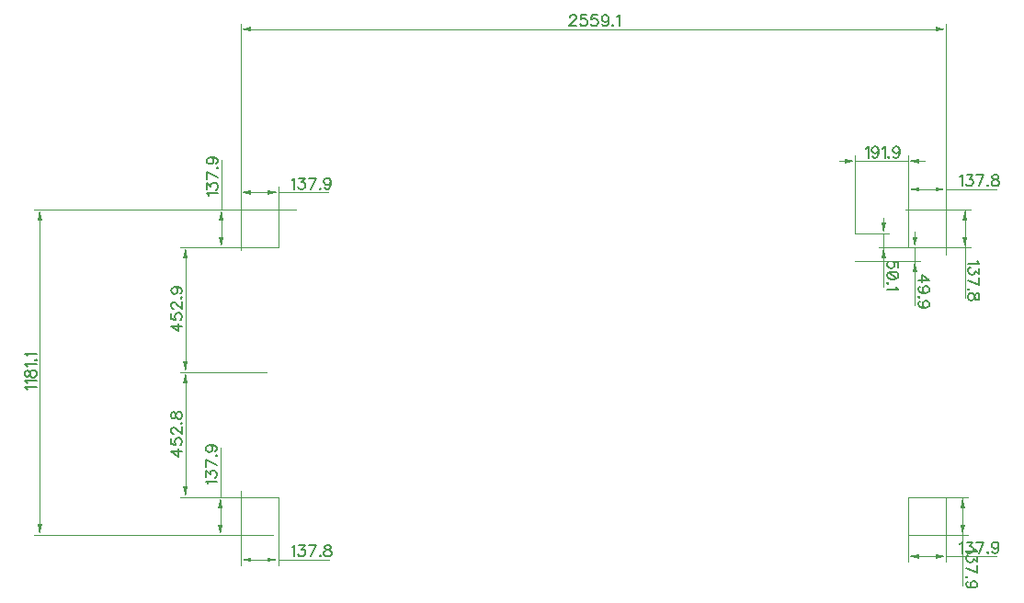
<source format=gbr>
G04 DipTrace 3.1.0.0*
G04 TopDimension.gbr*
%MOMM*%
G04 #@! TF.FileFunction,Drawing,Top*
G04 #@! TF.Part,Single*
%ADD14C,0.0381*%
%ADD75C,0.15686*%
%FSLAX35Y35*%
G04*
G71*
G90*
G75*
G01*
G04 TopDimension*
%LPD*%
X1349667Y1349001D2*
D14*
Y724667D1*
X999667Y1405667D2*
Y724667D1*
X1174667Y774667D2*
X1249667D1*
G36*
X1349667D2*
X1249667Y754667D1*
Y794667D1*
X1349667Y774667D1*
G37*
X1174667D2*
D14*
X1099667D1*
G36*
X999667D2*
X1099667Y794667D1*
Y754667D1*
X999667Y774667D1*
G37*
X1813362D2*
D14*
X1349667D1*
Y1349001D2*
X763334D1*
X993334Y998667D2*
X763334D1*
X813334Y1173834D2*
Y1249001D1*
G36*
Y1349001D2*
X833334Y1249001D1*
X793334D1*
X813334Y1349001D1*
G37*
Y1173834D2*
D14*
Y1098667D1*
G36*
Y998667D2*
X793334Y1098667D1*
X833334D1*
X813334Y998667D1*
G37*
Y1807978D2*
D14*
Y1349001D1*
X1349667Y3649334D2*
Y4207001D1*
X999334Y3628001D2*
Y4207001D1*
X1174501Y4157001D2*
X1249667D1*
G36*
X1349667D2*
X1249667Y4137001D1*
Y4177001D1*
X1349667Y4157001D1*
G37*
X1174501D2*
D14*
X1099334D1*
G36*
X999334D2*
X1099334Y4177001D1*
Y4137001D1*
X999334Y4157001D1*
G37*
X1808645D2*
D14*
X1349667D1*
Y3649334D2*
X771001D1*
X1510667Y3999667D2*
X771001D1*
X821001Y3824501D2*
Y3749334D1*
G36*
Y3649334D2*
X801001Y3749334D1*
X841001D1*
X821001Y3649334D1*
G37*
Y3824501D2*
D14*
Y3899667D1*
G36*
Y3999667D2*
X841001Y3899667D1*
X801001D1*
X821001Y3999667D1*
G37*
Y4458645D2*
D14*
Y3999667D1*
X7150001Y3649334D2*
Y4236667D1*
X7500001Y3580667D2*
Y4236667D1*
X7325001Y4186667D2*
X7250001D1*
G36*
X7150001D2*
X7250001Y4206667D1*
Y4166667D1*
X7150001Y4186667D1*
G37*
X7325001D2*
D14*
X7400001D1*
G36*
X7500001D2*
X7400001Y4166667D1*
Y4206667D1*
X7500001Y4186667D1*
G37*
X7963695D2*
D14*
X7500001D1*
X7150001Y3649334D2*
X7721667D1*
X7123001Y3999334D2*
X7721667D1*
X7671667Y3824334D2*
Y3749334D1*
G36*
Y3649334D2*
X7651667Y3749334D1*
X7691667D1*
X7671667Y3649334D1*
G37*
Y3824334D2*
D14*
Y3899334D1*
G36*
Y3999334D2*
X7691667Y3899334D1*
X7651667D1*
X7671667Y3999334D1*
G37*
Y3185639D2*
D14*
Y3999334D1*
X7149667Y1348667D2*
Y755001D1*
X7500001Y1345334D2*
Y755001D1*
X7324834Y805001D2*
X7249667D1*
G36*
X7149667D2*
X7249667Y825001D1*
Y785001D1*
X7149667Y805001D1*
G37*
X7324834D2*
D14*
X7400001D1*
G36*
X7500001D2*
X7400001Y785001D1*
Y825001D1*
X7500001Y805001D1*
G37*
X7958978D2*
D14*
X7500001D1*
X7149667Y1348667D2*
X7703001D1*
X7152334Y998334D2*
X7703001D1*
X7653001Y1173501D2*
Y1248667D1*
G36*
Y1348667D2*
X7673001Y1248667D1*
X7633001D1*
X7653001Y1348667D1*
G37*
Y1173501D2*
D14*
Y1098334D1*
G36*
Y998334D2*
X7633001Y1098334D1*
X7673001D1*
X7653001Y998334D1*
G37*
Y539356D2*
D14*
Y1348667D1*
X6662667Y3776667D2*
Y4496334D1*
X7150001Y3649334D2*
Y4496334D1*
X6662667Y4446334D2*
X7150001D1*
X6512667D2*
X6562667D1*
G36*
X6662667D2*
X6562667Y4426334D1*
Y4466334D1*
X6662667Y4446334D1*
G37*
X7300001D2*
D14*
X7250001D1*
G36*
X7150001D2*
X7250001Y4466334D1*
Y4426334D1*
X7150001Y4446334D1*
G37*
X6662667Y3776667D2*
D14*
X6975001D1*
X7150001Y3649334D2*
X6875001D1*
X6925001Y3776667D2*
Y3649334D1*
Y3926667D2*
Y3876667D1*
G36*
Y3776667D2*
X6905001Y3876667D1*
X6945001D1*
X6925001Y3776667D1*
G37*
Y3499334D2*
D14*
Y3549334D1*
G36*
Y3649334D2*
X6945001Y3549334D1*
X6905001D1*
X6925001Y3649334D1*
G37*
Y3284958D2*
D14*
Y3776667D1*
X6662667Y3522667D2*
X7263001D1*
X7150001Y3649334D2*
X7263001D1*
X7213001D2*
Y3522667D1*
Y3799334D2*
Y3749334D1*
G36*
Y3649334D2*
X7193001Y3749334D1*
X7233001D1*
X7213001Y3649334D1*
G37*
Y3372667D2*
D14*
Y3422667D1*
G36*
Y3522667D2*
X7233001Y3422667D1*
X7193001D1*
X7213001Y3522667D1*
G37*
Y3119433D2*
D14*
Y3649334D1*
X1349667D2*
X441667D1*
X1242334Y2499001D2*
X441667D1*
X491667Y3074167D2*
Y3549334D1*
G36*
Y3649334D2*
X511667Y3549334D1*
X471667D1*
X491667Y3649334D1*
G37*
Y3074167D2*
D14*
Y2599001D1*
G36*
Y2499001D2*
X471667Y2599001D1*
X511667D1*
X491667Y2499001D1*
G37*
X1349667Y1349001D2*
D14*
X441667D1*
X1242334Y2499001D2*
X441667D1*
X491667Y1924001D2*
Y1449001D1*
G36*
Y1349001D2*
X471667Y1449001D1*
X511667D1*
X491667Y1349001D1*
G37*
Y1924001D2*
D14*
Y2399001D1*
G36*
Y2499001D2*
X511667Y2399001D1*
X471667D1*
X491667Y2499001D1*
G37*
X1000001Y3700001D2*
D14*
Y5710001D1*
X7500001Y3700001D2*
Y5710001D1*
X4250001Y5660001D2*
X1100001D1*
G36*
X1000001D2*
X1100001Y5680001D1*
Y5640001D1*
X1000001Y5660001D1*
G37*
X4250001D2*
D14*
X7400001D1*
G36*
X7500001D2*
X7400001Y5640001D1*
Y5680001D1*
X7500001Y5660001D1*
G37*
X1300001Y4000001D2*
D14*
X-899999D1*
X1300001Y1000001D2*
X-899999D1*
X-849999Y2500001D2*
Y3900001D1*
G36*
Y4000001D2*
X-829999Y3900001D1*
X-869999D1*
X-849999Y4000001D1*
G37*
Y2500001D2*
D14*
Y1100001D1*
G36*
Y1000001D2*
X-869999Y1100001D1*
X-829999D1*
X-849999Y1000001D1*
G37*
X1473197Y888229D2*
D75*
X1482967Y893170D1*
X1497567Y907658D1*
Y805683D1*
X1538711Y907658D2*
X1592057D1*
X1562969Y868799D1*
X1577569D1*
X1587228Y863970D1*
X1592057Y859141D1*
X1596998Y844541D1*
Y834883D1*
X1592057Y820283D1*
X1582398Y810512D1*
X1567798Y805683D1*
X1553198D1*
X1538711Y810512D1*
X1533881Y815453D1*
X1528940Y825112D1*
X1647800Y805683D2*
X1696429Y907658D1*
X1628371D1*
X1732631Y815453D2*
X1727802Y810512D1*
X1732631Y805683D1*
X1737573Y810512D1*
X1732631Y815453D1*
X1793204Y907658D2*
X1778716Y902829D1*
X1773775Y893170D1*
Y883399D1*
X1778716Y873741D1*
X1788375Y868799D1*
X1807804Y863970D1*
X1822404Y859141D1*
X1832062Y849370D1*
X1836891Y839712D1*
Y825112D1*
X1832062Y815453D1*
X1827233Y810512D1*
X1812633Y805683D1*
X1793204D1*
X1778716Y810512D1*
X1773775Y815453D1*
X1768945Y825112D1*
Y839712D1*
X1773775Y849370D1*
X1783545Y859141D1*
X1798033Y863970D1*
X1817462Y868799D1*
X1827233Y873741D1*
X1832062Y883399D1*
Y893170D1*
X1827233Y902829D1*
X1812633Y907658D1*
X1793204D1*
X699772Y1472530D2*
X694831Y1482301D1*
X680343Y1496901D1*
X782319D1*
X680343Y1538044D2*
Y1591390D1*
X719202Y1562303D1*
Y1576903D1*
X724031Y1586561D1*
X728860Y1591390D1*
X743460Y1596332D1*
X753119D1*
X767719Y1591390D1*
X777489Y1581732D1*
X782319Y1567132D1*
Y1552532D1*
X777489Y1538044D1*
X772548Y1533215D1*
X762889Y1528273D1*
X782319Y1647134D2*
X680343Y1695763D1*
Y1627704D1*
X772548Y1731965D2*
X777489Y1727135D1*
X782319Y1731965D1*
X777489Y1736906D1*
X772548Y1731965D1*
X714260Y1831508D2*
X728860Y1826566D1*
X738631Y1816908D1*
X743460Y1802308D1*
Y1797479D1*
X738631Y1782879D1*
X728860Y1773220D1*
X714260Y1768279D1*
X709431D1*
X694831Y1773220D1*
X685172Y1782879D1*
X680343Y1797479D1*
Y1802308D1*
X685172Y1816908D1*
X694831Y1826566D1*
X714260Y1831508D1*
X738631D1*
X762889Y1826566D1*
X777489Y1816908D1*
X782319Y1802308D1*
Y1792649D1*
X777489Y1778049D1*
X767719Y1773220D1*
X1473197Y4270562D2*
X1482967Y4275504D1*
X1497567Y4289991D1*
Y4188016D1*
X1538711Y4289991D2*
X1592057D1*
X1562969Y4251133D1*
X1577569D1*
X1587228Y4246304D1*
X1592057Y4241474D1*
X1596998Y4226874D1*
Y4217216D1*
X1592057Y4202616D1*
X1582398Y4192845D1*
X1567798Y4188016D1*
X1553198D1*
X1538711Y4192845D1*
X1533881Y4197787D1*
X1528940Y4207445D1*
X1647800Y4188016D2*
X1696429Y4289991D1*
X1628371D1*
X1732631Y4197787D2*
X1727802Y4192845D1*
X1732631Y4188016D1*
X1737573Y4192845D1*
X1732631Y4197787D1*
X1832175Y4256074D2*
X1827233Y4241474D1*
X1817575Y4231704D1*
X1802975Y4226874D1*
X1798145D1*
X1783545Y4231704D1*
X1773887Y4241474D1*
X1768945Y4256074D1*
Y4260904D1*
X1773887Y4275504D1*
X1783545Y4285162D1*
X1798145Y4289991D1*
X1802975D1*
X1817575Y4285162D1*
X1827233Y4275504D1*
X1832175Y4256074D1*
Y4231704D1*
X1827233Y4207445D1*
X1817575Y4192845D1*
X1802975Y4188016D1*
X1793316D1*
X1778716Y4192845D1*
X1773887Y4202616D1*
X707439Y4123197D2*
X702498Y4132967D1*
X688010Y4147567D1*
X789985D1*
X688010Y4188711D2*
Y4242057D1*
X726868Y4212969D1*
Y4227569D1*
X731698Y4237228D1*
X736527Y4242057D1*
X751127Y4246998D1*
X760785D1*
X775385Y4242057D1*
X785156Y4232398D1*
X789985Y4217798D1*
Y4203198D1*
X785156Y4188711D1*
X780214Y4183881D1*
X770556Y4178940D1*
X789985Y4297800D2*
X688010Y4346429D1*
Y4278371D1*
X780214Y4382631D2*
X785156Y4377802D1*
X789985Y4382631D1*
X785156Y4387573D1*
X780214Y4382631D1*
X721927Y4482175D2*
X736527Y4477233D1*
X746298Y4467575D1*
X751127Y4452975D1*
Y4448145D1*
X746298Y4433545D1*
X736527Y4423887D1*
X721927Y4418945D1*
X717098D1*
X702498Y4423887D1*
X692839Y4433545D1*
X688010Y4448145D1*
Y4452975D1*
X692839Y4467575D1*
X702498Y4477233D1*
X721927Y4482175D1*
X746298D1*
X770556Y4477233D1*
X785156Y4467575D1*
X789985Y4452975D1*
Y4443316D1*
X785156Y4428716D1*
X775385Y4423887D1*
X7623530Y4300229D2*
X7633301Y4305170D1*
X7647901Y4319658D1*
Y4217683D1*
X7689044Y4319658D2*
X7742390D1*
X7713303Y4280799D1*
X7727903D1*
X7737561Y4275970D1*
X7742390Y4271141D1*
X7747332Y4256541D1*
Y4246883D1*
X7742390Y4232283D1*
X7732732Y4222512D1*
X7718132Y4217683D1*
X7703532D1*
X7689044Y4222512D1*
X7684215Y4227453D1*
X7679273Y4237112D1*
X7798134Y4217683D2*
X7846763Y4319658D1*
X7778704D1*
X7882965Y4227453D2*
X7878135Y4222512D1*
X7882965Y4217683D1*
X7887906Y4222512D1*
X7882965Y4227453D1*
X7943537Y4319658D2*
X7929049Y4314829D1*
X7924108Y4305170D1*
Y4295399D1*
X7929049Y4285741D1*
X7938708Y4280799D1*
X7958137Y4275970D1*
X7972737Y4271141D1*
X7982396Y4261370D1*
X7987225Y4251712D1*
Y4237112D1*
X7982396Y4227453D1*
X7977566Y4222512D1*
X7962966Y4217683D1*
X7943537D1*
X7929049Y4222512D1*
X7924108Y4227453D1*
X7919279Y4237112D1*
Y4251712D1*
X7924108Y4261370D1*
X7933879Y4271141D1*
X7948366Y4275970D1*
X7967796Y4280799D1*
X7977566Y4285741D1*
X7982396Y4295399D1*
Y4305170D1*
X7977566Y4314829D1*
X7962966Y4319658D1*
X7943537D1*
X7785229Y3525804D2*
X7790170Y3516034D1*
X7804658Y3501434D1*
X7702683D1*
X7804658Y3460290D2*
Y3406944D1*
X7765799Y3436032D1*
Y3421432D1*
X7760970Y3411773D1*
X7756141Y3406944D1*
X7741541Y3402003D1*
X7731883D1*
X7717283Y3406944D1*
X7707512Y3416603D1*
X7702683Y3431203D1*
Y3445803D1*
X7707512Y3460290D1*
X7712453Y3465120D1*
X7722112Y3470061D1*
X7702683Y3351201D2*
X7804658Y3302572D1*
Y3370630D1*
X7712453Y3266370D2*
X7707512Y3271199D1*
X7702683Y3266370D1*
X7707512Y3261428D1*
X7712453Y3266370D1*
X7804658Y3205797D2*
X7799829Y3220285D1*
X7790170Y3225227D1*
X7780399D1*
X7770741Y3220285D1*
X7765799Y3210627D1*
X7760970Y3191197D1*
X7756141Y3176597D1*
X7746370Y3166939D1*
X7736712Y3162110D1*
X7722112D1*
X7712453Y3166939D1*
X7707512Y3171768D1*
X7702683Y3186368D1*
Y3205797D1*
X7707512Y3220285D1*
X7712453Y3225227D1*
X7722112Y3230056D1*
X7736712D1*
X7746370Y3225227D1*
X7756141Y3215456D1*
X7760970Y3200968D1*
X7765799Y3181539D1*
X7770741Y3171768D1*
X7780399Y3166939D1*
X7790170D1*
X7799829Y3171768D1*
X7804658Y3186368D1*
Y3205797D1*
X7623530Y918562D2*
X7633301Y923504D1*
X7647901Y937991D1*
Y836016D1*
X7689044Y937991D2*
X7742390D1*
X7713303Y899133D1*
X7727903D1*
X7737561Y894304D1*
X7742390Y889474D1*
X7747332Y874874D1*
Y865216D1*
X7742390Y850616D1*
X7732732Y840845D1*
X7718132Y836016D1*
X7703532D1*
X7689044Y840845D1*
X7684215Y845787D1*
X7679273Y855445D1*
X7798134Y836016D2*
X7846763Y937991D1*
X7778704D1*
X7882965Y845787D2*
X7878135Y840845D1*
X7882965Y836016D1*
X7887906Y840845D1*
X7882965Y845787D1*
X7982508Y904074D2*
X7977566Y889474D1*
X7967908Y879704D1*
X7953308Y874874D1*
X7948479D1*
X7933879Y879704D1*
X7924220Y889474D1*
X7919279Y904074D1*
Y908904D1*
X7924220Y923504D1*
X7933879Y933162D1*
X7948479Y937991D1*
X7953308D1*
X7967908Y933162D1*
X7977566Y923504D1*
X7982508Y904074D1*
Y879704D1*
X7977566Y855445D1*
X7967908Y840845D1*
X7953308Y836016D1*
X7943649D1*
X7929049Y840845D1*
X7924220Y850616D1*
X7766562Y874804D2*
X7771504Y865034D1*
X7785991Y850434D1*
X7684016D1*
X7785991Y809290D2*
Y755944D1*
X7747133Y785032D1*
Y770432D1*
X7742304Y760773D1*
X7737474Y755944D1*
X7722874Y751003D1*
X7713216D1*
X7698616Y755944D1*
X7688845Y765603D1*
X7684016Y780203D1*
Y794803D1*
X7688845Y809290D1*
X7693787Y814120D1*
X7703445Y819061D1*
X7684016Y700201D2*
X7785991Y651572D1*
Y719630D1*
X7693787Y615370D2*
X7688845Y620199D1*
X7684016Y615370D1*
X7688845Y610428D1*
X7693787Y615370D1*
X7752074Y515827D2*
X7737474Y520768D1*
X7727704Y530427D1*
X7722874Y545027D1*
Y549856D1*
X7727704Y564456D1*
X7737474Y574114D1*
X7752074Y579056D1*
X7756904D1*
X7771504Y574114D1*
X7781162Y564456D1*
X7785991Y549856D1*
Y545027D1*
X7781162Y530427D1*
X7771504Y520768D1*
X7752074Y515827D1*
X7727704D1*
X7703445Y520768D1*
X7688845Y530427D1*
X7684016Y545027D1*
Y554685D1*
X7688845Y569285D1*
X7698616Y574114D1*
X6758947Y4559895D2*
X6768717Y4564837D1*
X6783317Y4579325D1*
Y4477349D1*
X6877919Y4545408D2*
X6872978Y4530808D1*
X6863319Y4521037D1*
X6848719Y4516208D1*
X6843890D1*
X6829290Y4521037D1*
X6819631Y4530808D1*
X6814690Y4545408D1*
Y4550237D1*
X6819631Y4564837D1*
X6829290Y4574495D1*
X6843890Y4579325D1*
X6848719D1*
X6863319Y4574495D1*
X6872978Y4564837D1*
X6877919Y4545408D1*
Y4521037D1*
X6872978Y4496778D1*
X6863319Y4482178D1*
X6848719Y4477349D1*
X6839061D1*
X6824461Y4482178D1*
X6819631Y4491949D1*
X6909292Y4559895D2*
X6919062Y4564837D1*
X6933662Y4579325D1*
Y4477349D1*
X6969864Y4487120D2*
X6965035Y4482178D1*
X6969864Y4477349D1*
X6974806Y4482178D1*
X6969864Y4487120D1*
X7069407Y4545408D2*
X7064466Y4530808D1*
X7054807Y4521037D1*
X7040207Y4516208D1*
X7035378D1*
X7020778Y4521037D1*
X7011120Y4530808D1*
X7006178Y4545408D1*
Y4550237D1*
X7011120Y4564837D1*
X7020778Y4574495D1*
X7035378Y4579325D1*
X7040207D1*
X7054807Y4574495D1*
X7064466Y4564837D1*
X7069407Y4545408D1*
Y4521037D1*
X7064466Y4496778D1*
X7054807Y4482178D1*
X7040207Y4477349D1*
X7030549D1*
X7015949Y4482178D1*
X7011120Y4491949D1*
X7057991Y3467517D2*
Y3516034D1*
X7014304Y3520863D1*
X7019133Y3516034D1*
X7024074Y3501434D1*
Y3486946D1*
X7019133Y3472346D1*
X7009474Y3462575D1*
X6994874Y3457746D1*
X6985216D1*
X6970616Y3462575D1*
X6960845Y3472346D1*
X6956016Y3486946D1*
Y3501434D1*
X6960845Y3516034D1*
X6965787Y3520863D1*
X6975445Y3525804D1*
X7057991Y3397173D2*
X7053162Y3411773D1*
X7038562Y3421544D1*
X7014304Y3426373D1*
X6999704D1*
X6975445Y3421544D1*
X6960845Y3411773D1*
X6956016Y3397173D1*
Y3387515D1*
X6960845Y3372915D1*
X6975445Y3363257D1*
X6999704Y3358315D1*
X7014304D1*
X7038562Y3363257D1*
X7053162Y3372915D1*
X7057991Y3387515D1*
Y3397173D1*
X7038562Y3363257D2*
X6975445Y3421544D1*
X6965787Y3322113D2*
X6960845Y3326942D1*
X6956016Y3322113D1*
X6960845Y3317172D1*
X6965787Y3322113D1*
X7038562Y3285799D2*
X7043504Y3276028D1*
X7057991Y3261428D1*
X6956016D1*
X7244016Y3350509D2*
X7345991D1*
X7278045Y3399138D1*
Y3326250D1*
X7312074Y3231648D2*
X7297474Y3236590D1*
X7287704Y3246248D1*
X7282874Y3260848D1*
Y3265678D1*
X7287704Y3280278D1*
X7297474Y3289936D1*
X7312074Y3294878D1*
X7316904D1*
X7331504Y3289936D1*
X7341162Y3280278D1*
X7345991Y3265678D1*
Y3260848D1*
X7341162Y3246248D1*
X7331504Y3236590D1*
X7312074Y3231648D1*
X7287704D1*
X7263445Y3236590D1*
X7248845Y3246248D1*
X7244016Y3260848D1*
Y3270507D1*
X7248845Y3285107D1*
X7258616Y3289936D1*
X7253787Y3195447D2*
X7248845Y3200276D1*
X7244016Y3195447D1*
X7248845Y3190505D1*
X7253787Y3195447D1*
X7312074Y3095903D2*
X7297474Y3100845D1*
X7287704Y3110503D1*
X7282874Y3125103D1*
Y3129932D1*
X7287704Y3144532D1*
X7297474Y3154191D1*
X7312074Y3159132D1*
X7316904D1*
X7331504Y3154191D1*
X7341162Y3144532D1*
X7345991Y3129932D1*
Y3125103D1*
X7341162Y3110503D1*
X7331504Y3100845D1*
X7312074Y3095903D1*
X7287704D1*
X7263445Y3100845D1*
X7248845Y3110503D1*
X7244016Y3125103D1*
Y3134762D1*
X7248845Y3149362D1*
X7258616Y3154191D1*
X460652Y2926892D2*
X358676D1*
X426623Y2878263D1*
Y2951151D1*
X358676Y3040811D2*
Y2992294D1*
X402364Y2987465D1*
X397535Y2992294D1*
X392593Y3006894D1*
Y3021382D1*
X397535Y3035982D1*
X407193Y3045752D1*
X421793Y3050582D1*
X431452D1*
X446052Y3045752D1*
X455823Y3035982D1*
X460652Y3021382D1*
Y3006894D1*
X455823Y2992294D1*
X450881Y2987465D1*
X441223Y2982523D1*
X382935Y3086896D2*
X378106D1*
X368335Y3091725D1*
X363506Y3096554D1*
X358676Y3106325D1*
Y3125754D1*
X363506Y3135413D1*
X368335Y3140242D1*
X378106Y3145183D1*
X387764D1*
X397535Y3140242D1*
X412023Y3130583D1*
X460652Y3081954D1*
Y3150013D1*
X450881Y3186214D2*
X455823Y3181385D1*
X460652Y3186214D1*
X455823Y3191156D1*
X450881Y3186214D1*
X392593Y3285758D2*
X407193Y3280816D1*
X416964Y3271158D1*
X421793Y3256558D1*
Y3251729D1*
X416964Y3237129D1*
X407193Y3227470D1*
X392593Y3222529D1*
X387764D1*
X373164Y3227470D1*
X363506Y3237129D1*
X358676Y3251729D1*
Y3256558D1*
X363506Y3271158D1*
X373164Y3280816D1*
X392593Y3285758D1*
X416964D1*
X441223Y3280816D1*
X455823Y3271158D1*
X460652Y3256558D1*
Y3246899D1*
X455823Y3232299D1*
X446052Y3227470D1*
X460652Y1774367D2*
X358676D1*
X426623Y1725738D1*
Y1798626D1*
X358676Y1888286D2*
Y1839769D1*
X402364Y1834940D1*
X397535Y1839769D1*
X392593Y1854369D1*
Y1868857D1*
X397535Y1883457D1*
X407193Y1893227D1*
X421793Y1898057D1*
X431452D1*
X446052Y1893227D1*
X455823Y1883457D1*
X460652Y1868857D1*
Y1854369D1*
X455823Y1839769D1*
X450881Y1834940D1*
X441223Y1829998D1*
X382935Y1934371D2*
X378106D1*
X368335Y1939200D1*
X363506Y1944029D1*
X358676Y1953800D1*
Y1973229D1*
X363506Y1982888D1*
X368335Y1987717D1*
X378106Y1992658D1*
X387764D1*
X397535Y1987717D1*
X412023Y1978058D1*
X460652Y1929429D1*
Y1997488D1*
X450881Y2033689D2*
X455823Y2028860D1*
X460652Y2033689D1*
X455823Y2038631D1*
X450881Y2033689D1*
X358676Y2094262D2*
X363506Y2079774D1*
X373164Y2074833D1*
X382935D1*
X392593Y2079774D1*
X397535Y2089433D1*
X402364Y2108862D1*
X407193Y2123462D1*
X416964Y2133120D1*
X426623Y2137950D1*
X441223D1*
X450881Y2133120D1*
X455823Y2128291D1*
X460652Y2113691D1*
Y2094262D1*
X455823Y2079774D1*
X450881Y2074833D1*
X441223Y2070003D1*
X426623D1*
X416964Y2074833D1*
X407193Y2084603D1*
X402364Y2099091D1*
X397535Y2118520D1*
X392593Y2128291D1*
X382935Y2133120D1*
X373164D1*
X363506Y2128291D1*
X358676Y2113691D1*
Y2094262D1*
X4033581Y5768733D2*
Y5773562D1*
X4038410Y5783333D1*
X4043239Y5788162D1*
X4053010Y5792991D1*
X4072439D1*
X4082098Y5788162D1*
X4086927Y5783333D1*
X4091868Y5773562D1*
Y5763904D1*
X4086927Y5754133D1*
X4077268Y5739645D1*
X4028639Y5691016D1*
X4096698D1*
X4186358Y5792991D2*
X4137841D1*
X4133012Y5749304D1*
X4137841Y5754133D1*
X4152441Y5759074D1*
X4166929D1*
X4181529Y5754133D1*
X4191299Y5744474D1*
X4196129Y5729874D1*
Y5720216D1*
X4191299Y5705616D1*
X4181529Y5695845D1*
X4166929Y5691016D1*
X4152441D1*
X4137841Y5695845D1*
X4133012Y5700787D1*
X4128070Y5710445D1*
X4285789Y5792991D2*
X4237272D1*
X4232443Y5749304D1*
X4237272Y5754133D1*
X4251872Y5759074D1*
X4266360D1*
X4280960Y5754133D1*
X4290730Y5744474D1*
X4295560Y5729874D1*
Y5720216D1*
X4290730Y5705616D1*
X4280960Y5695845D1*
X4266360Y5691016D1*
X4251872D1*
X4237272Y5695845D1*
X4232443Y5700787D1*
X4227501Y5710445D1*
X4390161Y5759074D2*
X4385220Y5744474D1*
X4375561Y5734704D1*
X4360961Y5729874D1*
X4356132D1*
X4341532Y5734704D1*
X4331874Y5744474D1*
X4326932Y5759074D1*
Y5763904D1*
X4331874Y5778504D1*
X4341532Y5788162D1*
X4356132Y5792991D1*
X4360961D1*
X4375561Y5788162D1*
X4385220Y5778504D1*
X4390161Y5759074D1*
Y5734704D1*
X4385220Y5710445D1*
X4375561Y5695845D1*
X4360961Y5691016D1*
X4351303D1*
X4336703Y5695845D1*
X4331874Y5705616D1*
X4426363Y5700787D2*
X4421534Y5695845D1*
X4426363Y5691016D1*
X4431305Y5695845D1*
X4426363Y5700787D1*
X4462677Y5773562D2*
X4472448Y5778504D1*
X4487048Y5792991D1*
Y5691016D1*
X-963561Y2341812D2*
X-968502Y2351583D1*
X-982990Y2366183D1*
X-881015D1*
X-963561Y2397556D2*
X-968502Y2407326D1*
X-982990Y2421926D1*
X-881015D1*
X-982990Y2477557D2*
X-978161Y2463070D1*
X-968502Y2458128D1*
X-958732D1*
X-949073Y2463070D1*
X-944132Y2472728D1*
X-939302Y2492157D1*
X-934473Y2506757D1*
X-924702Y2516416D1*
X-915044Y2521245D1*
X-900444D1*
X-890786Y2516416D1*
X-885844Y2511587D1*
X-881015Y2496987D1*
Y2477557D1*
X-885844Y2463070D1*
X-890786Y2458128D1*
X-900444Y2453299D1*
X-915044D1*
X-924702Y2458128D1*
X-934473Y2467899D1*
X-939302Y2482387D1*
X-944132Y2501816D1*
X-949073Y2511587D1*
X-958732Y2516416D1*
X-968502D1*
X-978161Y2511587D1*
X-982990Y2496987D1*
Y2477557D1*
X-963561Y2552618D2*
X-968502Y2562388D1*
X-982990Y2576988D1*
X-881015D1*
X-890786Y2613190D2*
X-885844Y2608361D1*
X-881015Y2613190D1*
X-885844Y2618132D1*
X-890786Y2613190D1*
X-963561Y2649504D2*
X-968502Y2659275D1*
X-982990Y2673875D1*
X-881015D1*
M02*

</source>
